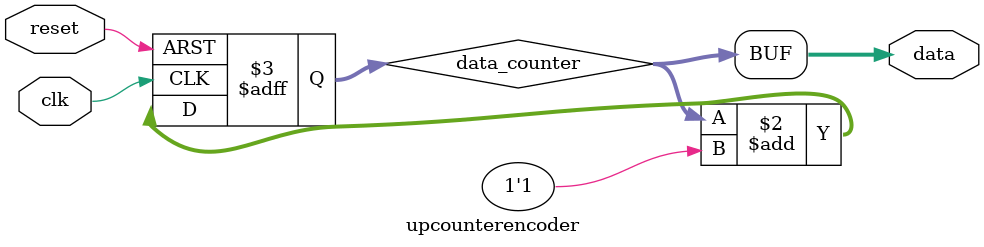
<source format=sv>
module upcounterencoder(
    input logic clk,
    input logic reset,
    output logic [3:0] data
);
    logic [3:0] data_counter;

    always_ff @(posedge clk or posedge reset)
    begin
        if (reset)
            data_counter <= 4'b0000;
        else 
            data_counter <= data_counter + 1'b1;
    end

    assign data = data_counter;
endmodule

</source>
